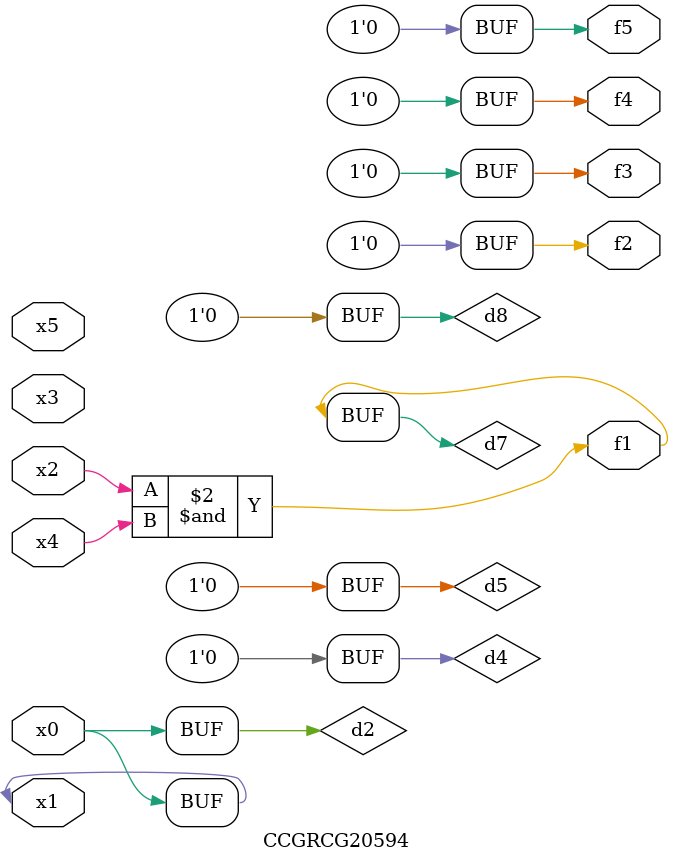
<source format=v>
module CCGRCG20594(
	input x0, x1, x2, x3, x4, x5,
	output f1, f2, f3, f4, f5
);

	wire d1, d2, d3, d4, d5, d6, d7, d8, d9;

	nand (d1, x1);
	buf (d2, x0, x1);
	nand (d3, x2, x4);
	and (d4, d1, d2);
	and (d5, d1, d2);
	nand (d6, d1, d3);
	not (d7, d3);
	xor (d8, d5);
	nor (d9, d5, d6);
	assign f1 = d7;
	assign f2 = d8;
	assign f3 = d8;
	assign f4 = d8;
	assign f5 = d8;
endmodule

</source>
